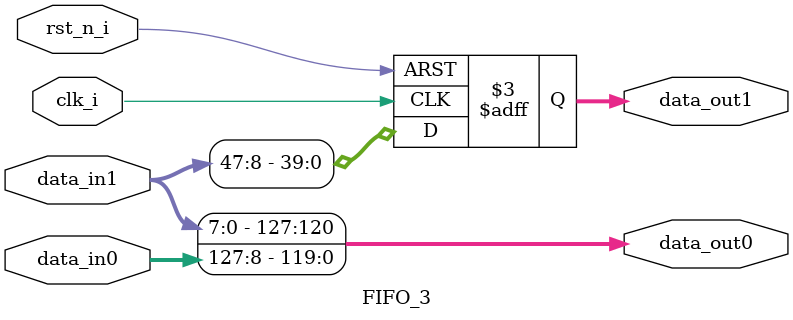
<source format=v>
module FIFO_3 (
    input               clk_i    ,
    input               rst_n_i  ,
    input  wire [127:0] data_in0 ,
    input  wire [ 47:0] data_in1 ,
    output wire [127:0] data_out0,
    output reg  [ 39:0] data_out1
);

    always@(posedge clk_i or negedge rst_n_i)
        begin
            if(!rst_n_i)
                begin
                    data_out1 <= 0;
                end
            else
                begin
                    data_out1 <= data_in1[47:8];
                end
        end

    assign data_out0 = { data_in1[7:0] , data_in0[127:8] };

endmodule

</source>
